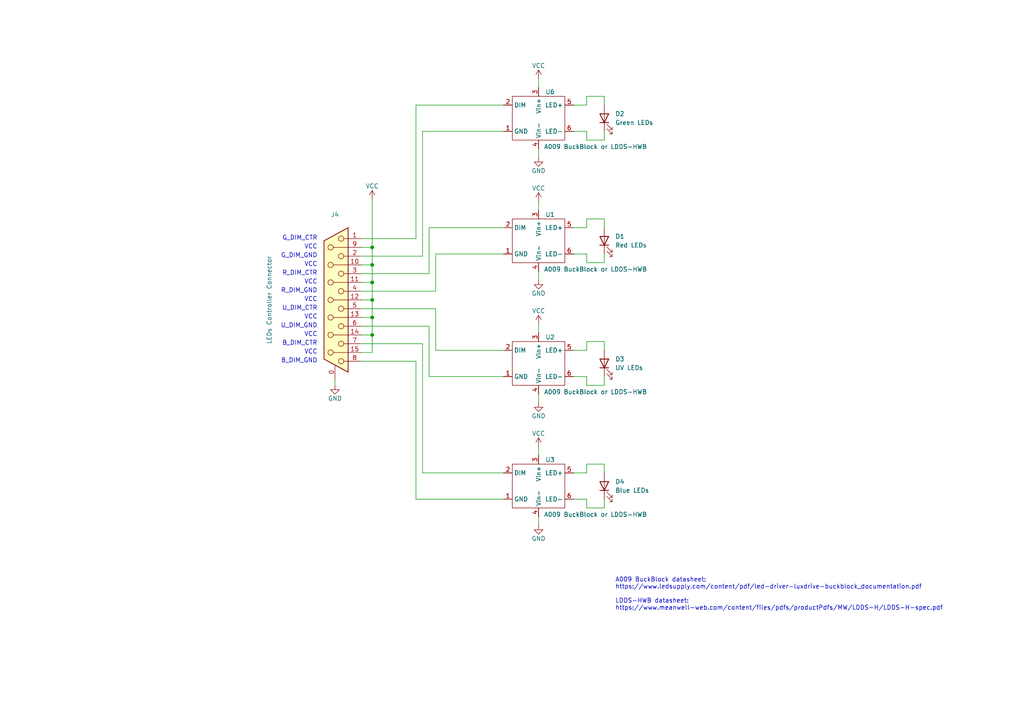
<source format=kicad_sch>
(kicad_sch (version 20230121) (generator eeschema)
  (paper "A4")
  (lib_symbols
    (symbol "A009_BuckBlock_1"
      (property "Reference" "U" (at 2.54 7.62 0))
      (property "Value" "A009 BuckBlock" (at 10.16 -7.62 0))
      (symbol "A009_BuckBlock_1_0_1"
        (rectangle (start -7.62 6.35) (end 7.62 -6.35))
      )
      (symbol "A009_BuckBlock_1_1_1"
        (pin input line (at -10.16 -3.81 0) (length 2.54) (name "GND") (number "1"))
        (pin input line (at -10.16 3.81 0) (length 2.54) (name "DIM") (number "2"))
        (pin power_in line (at 0 8.89 270) (length 2.54) (name "Vin+") (number "3"))
        (pin power_in line (at 0 -8.89 90) (length 2.54) (name "Vin-") (number "4"))
        (pin output line (at 10.16 3.81 180) (length 2.54) (name "LED+") (number "5"))
        (pin output line (at 10.16 -3.81 180) (length 2.54) (name "LED-") (number "6"))
      )
    )
    (symbol "Connector:DB15_Female_MountingHoles" (pin_names (offset 1.016) hide)
      (property "Reference" "J" (at 0 24.13 0))
      (property "Value" "DB15_Female_MountingHoles" (at 0 22.225 0))
      (symbol "DB15_Female_MountingHoles_0_1"
        (circle (center -1.778 -17.78) (radius 0.762))
        (circle (center -1.778 -12.7) (radius 0.762))
        (circle (center -1.778 -7.62) (radius 0.762))
        (circle (center -1.778 -2.54) (radius 0.762))
        (circle (center -1.778 2.54) (radius 0.762))
        (circle (center -1.778 7.62) (radius 0.762))
        (circle (center -1.778 12.7) (radius 0.762))
        (circle (center -1.778 17.78) (radius 0.762))
        (polyline (pts (xy -3.81 -17.78) (xy -2.54 -17.78)))
        (polyline (pts (xy -3.81 -15.24) (xy 0.508 -15.24)))
        (polyline (pts (xy -3.81 -12.7) (xy -2.54 -12.7)))
        (polyline (pts (xy -3.81 -10.16) (xy 0.508 -10.16)))
        (polyline (pts (xy -3.81 -7.62) (xy -2.54 -7.62)))
        (polyline (pts (xy -3.81 -5.08) (xy 0.508 -5.08)))
        (polyline (pts (xy -3.81 -2.54) (xy -2.54 -2.54)))
        (polyline (pts (xy -3.81 0) (xy 0.508 0)))
        (polyline (pts (xy -3.81 2.54) (xy -2.54 2.54)))
        (polyline (pts (xy -3.81 5.08) (xy 0.508 5.08)))
        (polyline (pts (xy -3.81 7.62) (xy -2.54 7.62)))
        (polyline (pts (xy -3.81 10.16) (xy 0.508 10.16)))
        (polyline (pts (xy -3.81 12.7) (xy -2.54 12.7)))
        (polyline (pts (xy -3.81 15.24) (xy 0.508 15.24)))
        (polyline (pts (xy -3.81 17.78) (xy -2.54 17.78)))
        (polyline (pts (xy -3.81 20.955) (xy 3.175 17.145) (xy 3.175 -17.145) (xy -3.81 -20.955) (xy -3.81 20.955)) (stroke (width 0.254)) (fill (type background)))
        (circle (center 1.27 -15.24) (radius 0.762))
        (circle (center 1.27 -10.16) (radius 0.762))
        (circle (center 1.27 -5.08) (radius 0.762))
        (circle (center 1.27 0) (radius 0.762))
        (circle (center 1.27 5.08) (radius 0.762))
        (circle (center 1.27 10.16) (radius 0.762))
        (circle (center 1.27 15.24) (radius 0.762))
      )
      (symbol "DB15_Female_MountingHoles_1_1"
        (pin passive line (at 0 -22.86 90) (length 3.81) (name "PAD") (number "0"))
        (pin passive line (at -7.62 17.78 0) (length 3.81) (name "1") (number "1"))
        (pin passive line (at -7.62 10.16 0) (length 3.81) (name "P10") (number "10"))
        (pin passive line (at -7.62 5.08 0) (length 3.81) (name "P111") (number "11"))
        (pin passive line (at -7.62 0 0) (length 3.81) (name "P12") (number "12"))
        (pin passive line (at -7.62 -5.08 0) (length 3.81) (name "P13") (number "13"))
        (pin passive line (at -7.62 -10.16 0) (length 3.81) (name "P14") (number "14"))
        (pin passive line (at -7.62 -15.24 0) (length 3.81) (name "P15") (number "15"))
        (pin passive line (at -7.62 12.7 0) (length 3.81) (name "2") (number "2"))
        (pin passive line (at -7.62 7.62 0) (length 3.81) (name "3") (number "3"))
        (pin passive line (at -7.62 2.54 0) (length 3.81) (name "4") (number "4"))
        (pin passive line (at -7.62 -2.54 0) (length 3.81) (name "5") (number "5"))
        (pin passive line (at -7.62 -7.62 0) (length 3.81) (name "6") (number "6"))
        (pin passive line (at -7.62 -12.7 0) (length 3.81) (name "7") (number "7"))
        (pin passive line (at -7.62 -17.78 0) (length 3.81) (name "8") (number "8"))
        (pin passive line (at -7.62 15.24 0) (length 3.81) (name "P9") (number "9"))
      )
    )
    (symbol "Device:LED" (pin_numbers hide) (pin_names (offset 1.016) hide)
      (property "Reference" "D" (at 0 2.54 0))
      (property "Value" "LED" (at 0 -2.54 0))
      (symbol "LED_0_1"
        (polyline (pts (xy -1.27 -1.27) (xy -1.27 1.27)) (stroke (width 0.254)))
        (polyline (pts (xy -1.27 0) (xy 1.27 0)))
        (polyline (pts (xy 1.27 -1.27) (xy 1.27 1.27) (xy -1.27 0) (xy 1.27 -1.27)) (stroke (width 0.254)))
        (polyline (pts (xy -3.048 -0.762) (xy -4.572 -2.286) (xy -3.81 -2.286) (xy -4.572 -2.286) (xy -4.572 -1.524)))
        (polyline (pts (xy -1.778 -0.762) (xy -3.302 -2.286) (xy -2.54 -2.286) (xy -3.302 -2.286) (xy -3.302 -1.524)))
      )
      (symbol "LED_1_1"
        (pin passive line (at -3.81 0 0) (length 2.54) (name "K") (number "1"))
        (pin passive line (at 3.81 0 180) (length 2.54) (name "A") (number "2"))
      )
    )
    (symbol "LUXDrive:A009_BuckBlock"
      (property "Reference" "U" (at 2.54 7.62 0))
      (property "Value" "A009 BuckBlock" (at 10.16 -7.62 0))
      (symbol "A009_BuckBlock_0_1"
        (rectangle (start -7.62 6.35) (end 7.62 -6.35))
      )
      (symbol "A009_BuckBlock_1_1"
        (pin input line (at -10.16 -3.81 0) (length 2.54) (name "GND") (number "1"))
        (pin input line (at -10.16 3.81 0) (length 2.54) (name "DIM") (number "2"))
        (pin power_in line (at 0 8.89 270) (length 2.54) (name "Vin+") (number "3"))
        (pin power_in line (at 0 -8.89 90) (length 2.54) (name "Vin-") (number "4"))
        (pin output line (at 10.16 3.81 180) (length 2.54) (name "LED+") (number "5"))
        (pin output line (at 10.16 -3.81 180) (length 2.54) (name "LED-") (number "6"))
      )
    )
    (symbol "power:GND" (power) (pin_names (offset 0))
      (property "Value" "GND" (at 0 -3.81 0))
      (symbol "GND_0_1"
        (polyline (pts (xy 0 0) (xy 0 -1.27) (xy 1.27 -1.27) (xy 0 -2.54) (xy -1.27 -1.27) (xy 0 -1.27)))
      )
      (symbol "GND_1_1"
        (pin power_in line (at 0 0 270) (length 0) hide (name "GND") (number "1"))
      )
    )
    (symbol "power:VCC" (power) (pin_names (offset 0))
      (property "Value" "VCC" (at 0 3.81 0))
      (symbol "VCC_0_1"
        (polyline (pts (xy -0.762 1.27) (xy 0 2.54)))
        (polyline (pts (xy 0 0) (xy 0 2.54)))
        (polyline (pts (xy 0 2.54) (xy 0.762 1.27)))
      )
      (symbol "VCC_1_1"
        (pin power_in line (at 0 0 90) (length 0) hide (name "VCC") (number "1"))
      )
    )
  )
  (junction (at 107.95 76.835))
  (junction (at 107.95 71.755))
  (junction (at 107.95 92.075))
  (junction (at 107.95 81.915))
  (junction (at 107.95 97.155))
  (junction (at 107.95 86.995))
  (wire (pts (xy 170.18 109.22) (xy 170.18 111.76)))
  (wire (pts (xy 175.26 111.76) (xy 175.26 109.22)))
  (wire (pts (xy 107.95 71.755) (xy 107.95 76.835)))
  (wire (pts (xy 104.775 89.535) (xy 126.365 89.535)))
  (wire (pts (xy 166.37 66.04) (xy 170.18 66.04)))
  (wire (pts (xy 107.95 102.235) (xy 107.95 97.155)))
  (wire (pts (xy 104.775 79.375) (xy 124.46 79.375)))
  (wire (pts (xy 156.21 22.86) (xy 156.21 25.4)))
  (wire (pts (xy 104.775 69.215) (xy 120.65 69.215)))
  (wire (pts (xy 120.65 69.215) (xy 120.65 30.48)))
  (wire (pts (xy 156.21 43.18) (xy 156.21 45.72)))
  (wire (pts (xy 170.18 111.76) (xy 175.26 111.76)))
  (wire (pts (xy 126.365 89.535) (xy 126.365 101.6)))
  (wire (pts (xy 175.26 63.5) (xy 175.26 66.04)))
  (wire (pts (xy 166.37 38.1) (xy 170.18 38.1)))
  (wire (pts (xy 170.18 27.94) (xy 175.26 27.94)))
  (wire (pts (xy 122.555 38.1) (xy 146.05 38.1)))
  (wire (pts (xy 175.26 99.06) (xy 175.26 101.6)))
  (wire (pts (xy 170.18 99.06) (xy 175.26 99.06)))
  (wire (pts (xy 107.95 86.995) (xy 104.775 86.995)))
  (wire (pts (xy 124.46 109.22) (xy 146.05 109.22)))
  (wire (pts (xy 156.21 93.98) (xy 156.21 96.52)))
  (wire (pts (xy 124.46 79.375) (xy 124.46 66.04)))
  (wire (pts (xy 156.21 149.86) (xy 156.21 152.4)))
  (wire (pts (xy 166.37 137.16) (xy 170.18 137.16)))
  (wire (pts (xy 104.775 84.455) (xy 126.365 84.455)))
  (wire (pts (xy 126.365 101.6) (xy 146.05 101.6)))
  (wire (pts (xy 166.37 109.22) (xy 170.18 109.22)))
  (wire (pts (xy 104.775 99.695) (xy 122.555 99.695)))
  (wire (pts (xy 107.95 92.075) (xy 107.95 86.995)))
  (wire (pts (xy 122.555 99.695) (xy 122.555 137.16)))
  (wire (pts (xy 156.21 114.3) (xy 156.21 116.84)))
  (wire (pts (xy 175.26 147.32) (xy 175.26 144.78)))
  (wire (pts (xy 122.555 137.16) (xy 146.05 137.16)))
  (wire (pts (xy 107.95 76.835) (xy 107.95 81.915)))
  (wire (pts (xy 107.95 76.835) (xy 104.775 76.835)))
  (wire (pts (xy 126.365 84.455) (xy 126.365 73.66)))
  (wire (pts (xy 107.95 71.755) (xy 104.775 71.755)))
  (wire (pts (xy 107.95 81.915) (xy 104.775 81.915)))
  (wire (pts (xy 166.37 101.6) (xy 170.18 101.6)))
  (wire (pts (xy 170.18 147.32) (xy 175.26 147.32)))
  (wire (pts (xy 104.775 74.295) (xy 122.555 74.295)))
  (wire (pts (xy 175.26 27.94) (xy 175.26 30.48)))
  (wire (pts (xy 175.26 134.62) (xy 175.26 137.16)))
  (wire (pts (xy 104.775 104.775) (xy 120.65 104.775)))
  (wire (pts (xy 175.26 40.64) (xy 175.26 38.1)))
  (wire (pts (xy 126.365 73.66) (xy 146.05 73.66)))
  (wire (pts (xy 170.18 40.64) (xy 175.26 40.64)))
  (wire (pts (xy 104.775 92.075) (xy 107.95 92.075)))
  (wire (pts (xy 120.65 104.775) (xy 120.65 144.78)))
  (wire (pts (xy 170.18 137.16) (xy 170.18 134.62)))
  (wire (pts (xy 170.18 38.1) (xy 170.18 40.64)))
  (wire (pts (xy 170.18 76.2) (xy 175.26 76.2)))
  (wire (pts (xy 107.95 97.155) (xy 107.95 92.075)))
  (wire (pts (xy 156.21 78.74) (xy 156.21 81.28)))
  (wire (pts (xy 107.95 57.785) (xy 107.95 71.755)))
  (wire (pts (xy 166.37 144.78) (xy 170.18 144.78)))
  (wire (pts (xy 124.46 66.04) (xy 146.05 66.04)))
  (wire (pts (xy 170.18 63.5) (xy 175.26 63.5)))
  (wire (pts (xy 122.555 74.295) (xy 122.555 38.1)))
  (wire (pts (xy 156.21 129.54) (xy 156.21 132.08)))
  (wire (pts (xy 170.18 73.66) (xy 170.18 76.2)))
  (wire (pts (xy 120.65 30.48) (xy 146.05 30.48)))
  (wire (pts (xy 104.775 94.615) (xy 124.46 94.615)))
  (wire (pts (xy 170.18 30.48) (xy 170.18 27.94)))
  (wire (pts (xy 166.37 73.66) (xy 170.18 73.66)))
  (wire (pts (xy 170.18 144.78) (xy 170.18 147.32)))
  (wire (pts (xy 170.18 66.04) (xy 170.18 63.5)))
  (wire (pts (xy 166.37 30.48) (xy 170.18 30.48)))
  (wire (pts (xy 156.21 58.42) (xy 156.21 60.96)))
  (wire (pts (xy 170.18 134.62) (xy 175.26 134.62)))
  (wire (pts (xy 107.95 81.915) (xy 107.95 86.995)))
  (wire (pts (xy 104.775 97.155) (xy 107.95 97.155)))
  (wire (pts (xy 175.26 76.2) (xy 175.26 73.66)))
  (wire (pts (xy 120.65 144.78) (xy 146.05 144.78)))
  (wire (pts (xy 124.46 94.615) (xy 124.46 109.22)))
  (wire (pts (xy 104.775 102.235) (xy 107.95 102.235)))
  (wire (pts (xy 97.155 109.855) (xy 97.155 111.76)))
  (wire (pts (xy 170.18 101.6) (xy 170.18 99.06)))
  (text "G_DIM_CTR" (at 92.075 69.85 0) (effects (font (size 1.27 1.27)) (justify right bottom)))
  (text "U_DIM_CTR" (at 92.075 90.17 0) (effects (font (size 1.27 1.27)) (justify right bottom)))
  (text "VCC" (at 92.075 77.47 0) (effects (font (size 1.27 1.27)) (justify right bottom)))
  (text "G_DIM_GND" (at 92.075 74.93 0) (effects (font (size 1.27 1.27)) (justify right bottom)))
  (text "VCC" (at 92.075 102.87 0) (effects (font (size 1.27 1.27)) (justify right bottom)))
  (text "VCC" (at 92.075 87.63 0) (effects (font (size 1.27 1.27)) (justify right bottom)))
  (text "R_DIM_GND" (at 92.075 85.09 0) (effects (font (size 1.27 1.27)) (justify right bottom)))
  (text "B_DIM_CTR" (at 92.075 100.33 0) (effects (font (size 1.27 1.27)) (justify right bottom)))
  (text "VCC" (at 92.075 82.55 0) (effects (font (size 1.27 1.27)) (justify right bottom)))
  (text "U_DIM_GND" (at 92.075 95.25 0) (effects (font (size 1.27 1.27)) (justify right bottom)))
  (text "R_DIM_CTR" (at 92.075 80.01 0) (effects (font (size 1.27 1.27)) (justify right bottom)))
  (text "VCC" (at 92.075 97.79 0) (effects (font (size 1.27 1.27)) (justify right bottom)))
  (text "B_DIM_GND" (at 92.075 105.41 0) (effects (font (size 1.27 1.27)) (justify right bottom)))
  (text "VCC" (at 92.075 92.71 0) (effects (font (size 1.27 1.27)) (justify right bottom)))
  (text "VCC" (at 92.075 72.39 0) (effects (font (size 1.27 1.27)) (justify right bottom)))
  (text "A009 BuckBlock datasheet:\nhttps://www.ledsupply.com/content/pdf/led-driver-luxdrive-buckblock_documentation.pdf\n\nLDDS-HWB datasheet:\nhttps://www.meanwell-web.com/content/files/pdfs/productPdfs/MW/LDDS-H/LDDS-H-spec.pdf" (at 178.435 177.165 0) (effects (font (size 1.27 1.27)) (justify left bottom)))
  (symbol (lib_id "Connector:DB15_Female_MountingHoles") (at 97.155 86.995 0) (mirror y) (unit 1)
    (property "Reference" "J4" (at 97.155 62.23 0))
    (property "Value" "LEDs Controller Connector" (at 78.105 86.995 90))
    (property "Datasheet" " ~" (effects hide))
  )
  (symbol (lib_id "LUXDrive:A009_BuckBlock") (at 156.21 69.85 0) (unit 1)
    (property "Reference" "U1" (at 158.1659 62.23 0) (effects (justify left)))
    (property "Value" "A009 BuckBlock or LDDS-HWB" (at 172.72 78.105 0))
    (instances (project "GRUB" (path "" (reference "U1") (unit 1)) (path "" (reference "U14") (unit 1))))
  )
  (symbol (lib_id "power:VCC") (at 156.21 22.86 0) (unit 1)
    (property "Reference" "#PWR03" (effects hide))
    (property "Value" "VCC" (at 156.21 19.05 0))
    (instances (project "GRUB" (path "" (reference "#PWR03") (unit 1)) (path "" (reference "#PWR018") (unit 1))))
  )
  (symbol (lib_id "Device:LED") (at 175.26 69.85 90) (unit 1)
    (property "Reference" "D1" (at 178.435 68.58 90) (effects (justify right)))
    (property "Value" "Red LEDs" (at 178.435 71.12 90) (effects (justify right)))
    (instances (project "GRUB" (path "" (reference "D1") (unit 1)) (path "" (reference "D6") (unit 1))))
  )
  (symbol (lib_id "power:VCC") (at 156.21 129.54 0) (unit 1)
    (property "Reference" "#PWR019" (effects hide))
    (property "Value" "VCC" (at 156.21 125.73 0))
    (instances (project "GRUB" (path "" (reference "#PWR019") (unit 1)) (path "" (reference "#PWR026") (unit 1))))
  )
  (symbol (lib_id "Device:LED") (at 175.26 34.29 90) (unit 1)
    (property "Reference" "D2" (at 178.435 33.02 90) (effects (justify right)))
    (property "Value" "Green LEDs" (at 178.435 35.56 90) (effects (justify right)))
    (instances (project "GRUB" (path "" (reference "D2") (unit 1)) (path "" (reference "D5") (unit 1))))
  )
  (symbol (lib_id "power:GND") (at 156.21 81.28 0) (unit 1)
    (property "Reference" "#PWR010" (effects hide))
    (property "Value" "GND" (at 156.21 85.09 0))
    (instances (project "GRUB" (path "" (reference "#PWR010") (unit 1)) (path "" (reference "#PWR023") (unit 1))))
  )
  (symbol (lib_id "power:VCC") (at 156.21 93.98 0) (unit 1)
    (property "Reference" "#PWR014" (effects hide))
    (property "Value" "VCC" (at 156.21 90.17 0))
    (instances (project "GRUB" (path "" (reference "#PWR014") (unit 1)) (path "" (reference "#PWR024") (unit 1))))
  )
  (symbol (lib_id "power:GND") (at 156.21 45.72 0) (unit 1)
    (property "Reference" "#PWR02" (effects hide))
    (property "Value" "GND" (at 156.21 49.53 0))
    (instances (project "GRUB" (path "" (reference "#PWR02") (unit 1)) (path "" (reference "#PWR021") (unit 1))))
  )
  (symbol (lib_id "LUXDrive:A009_BuckBlock") (at 156.21 105.41 0) (unit 1)
    (property "Reference" "U2" (at 158.1659 97.79 0) (effects (justify left)))
    (property "Value" "A009 BuckBlock or LDDS-HWB" (at 172.72 113.665 0))
    (instances (project "GRUB" (path "" (reference "U2") (unit 1)) (path "" (reference "U15") (unit 1))))
  )
  (symbol (lib_id "power:VCC") (at 107.95 57.785 0) (mirror y) (unit 1)
    (property "Reference" "#PWR03" (effects hide))
    (property "Value" "VCC" (at 107.95 53.975 0))
    (instances (project "GRUB" (path "" (reference "#PWR03") (unit 1)) (path "" (reference "#PWR09") (unit 1))))
  )
  (symbol (lib_id "power:VCC") (at 156.21 58.42 0) (unit 1)
    (property "Reference" "#PWR09" (effects hide))
    (property "Value" "VCC" (at 156.21 54.61 0))
    (instances (project "GRUB" (path "" (reference "#PWR09") (unit 1)) (path "" (reference "#PWR022") (unit 1))))
  )
  (symbol (lib_id "Device:LED") (at 175.26 105.41 90) (unit 1)
    (property "Reference" "D3" (at 178.435 104.14 90) (effects (justify right)))
    (property "Value" "UV LEDs" (at 178.435 106.68 90) (effects (justify right)))
    (instances (project "GRUB" (path "" (reference "D3") (unit 1)) (path "" (reference "D7") (unit 1))))
  )
  (symbol (lib_id "power:GND") (at 156.21 116.84 0) (unit 1)
    (property "Reference" "#PWR015" (effects hide))
    (property "Value" "GND" (at 156.21 120.65 0))
    (instances (project "GRUB" (path "" (reference "#PWR015") (unit 1)) (path "" (reference "#PWR025") (unit 1))))
  )
  (symbol (lib_id "power:GND") (at 97.155 111.76 0) (mirror y) (unit 1)
    (property "Reference" "#PWR02" (effects hide))
    (property "Value" "GND" (at 97.155 115.57 0))
    (instances (project "GRUB" (path "" (reference "#PWR02") (unit 1)) (path "" (reference "#PWR010") (unit 1))))
  )
  (symbol (lib_id "LUXDrive:A009_BuckBlock") (at 156.21 34.29 0) (unit 1)
    (property "Reference" "U6" (at 158.1659 26.67 0) (effects (justify left)))
    (property "Value" "A009 BuckBlock or LDDS-HWB" (at 172.72 42.545 0))
    (instances (project "GRUB" (path "" (reference "U6") (unit 1)) (path "" (reference "U13") (unit 1))))
  )
  (symbol (lib_id "Device:LED") (at 175.26 140.97 90) (unit 1)
    (property "Reference" "D4" (at 178.435 139.7 90) (effects (justify right)))
    (property "Value" "Blue LEDs" (at 178.435 142.24 90) (effects (justify right)))
    (instances (project "GRUB" (path "" (reference "D4") (unit 1)) (path "" (reference "D8") (unit 1))))
  )
  (symbol (lib_id "power:GND") (at 156.21 152.4 0) (unit 1)
    (property "Reference" "#PWR020" (effects hide))
    (property "Value" "GND" (at 156.21 156.21 0))
    (instances (project "GRUB" (path "" (reference "#PWR020") (unit 1)) (path "" (reference "#PWR027") (unit 1))))
  )
  (symbol (lib_name "A009_BuckBlock_1") (lib_id "LUXDrive:A009_BuckBlock") (at 156.21 140.97 0) (unit 1)
    (property "Reference" "U3" (at 158.1659 133.35 0) (effects (justify left)))
    (property "Value" "A009 BuckBlock or LDDS-HWB" (at 172.72 149.225 0))
    (property "Datasheet" "https://www.ledsupply.com/content/pdf/led-driver-luxdrive-buckblock_documentation.pdf" (effects hide))
    (instances (project "GRUB" (path "" (reference "U3") (unit 1)) (path "" (reference "U16") (unit 1))))
  )
)
</source>
